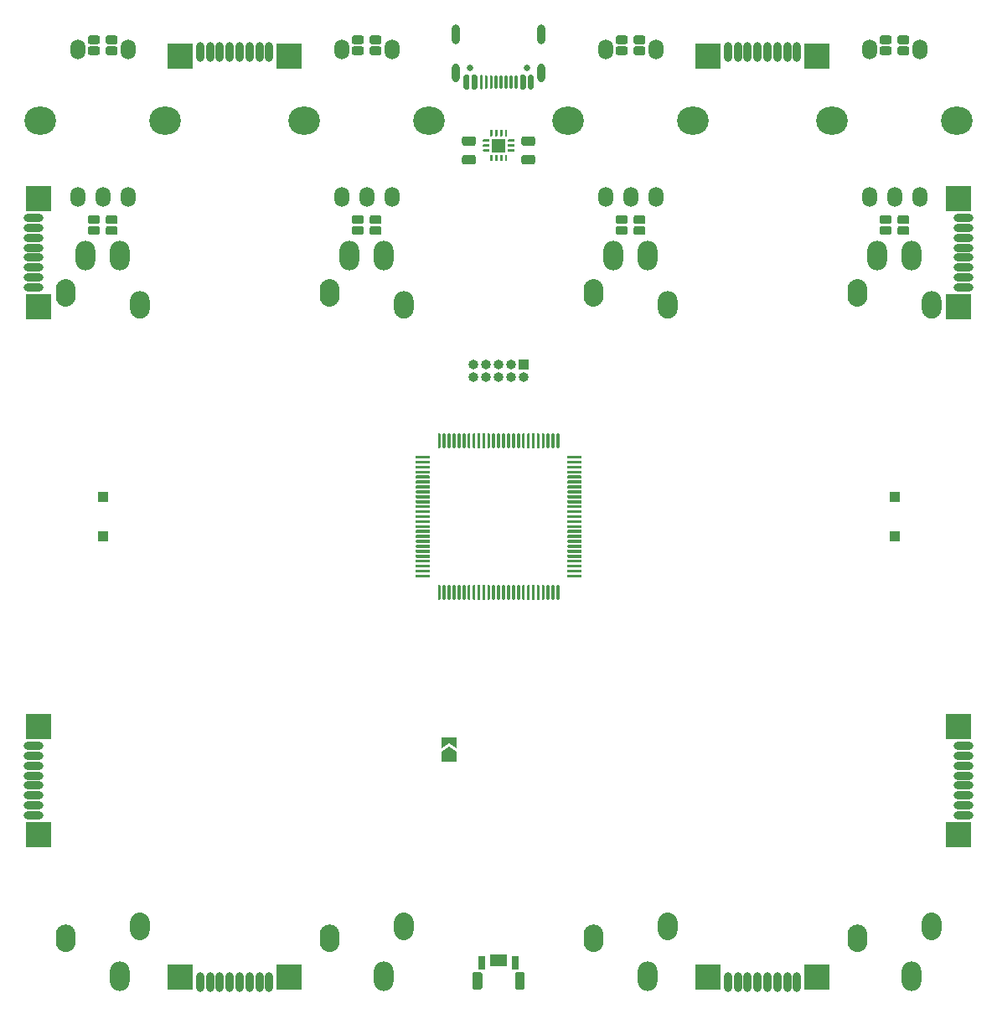
<source format=gts>
G04 #@! TF.GenerationSoftware,KiCad,Pcbnew,5.1.9+dfsg1-1*
G04 #@! TF.CreationDate,2021-10-27T13:30:09+02:00*
G04 #@! TF.ProjectId,EF44,45463434-2e6b-4696-9361-645f70636258,rev?*
G04 #@! TF.SameCoordinates,Original*
G04 #@! TF.FileFunction,Soldermask,Top*
G04 #@! TF.FilePolarity,Negative*
%FSLAX46Y46*%
G04 Gerber Fmt 4.6, Leading zero omitted, Abs format (unit mm)*
G04 Created by KiCad (PCBNEW 5.1.9+dfsg1-1) date 2021-10-27 13:30:09*
%MOMM*%
%LPD*%
G01*
G04 APERTURE LIST*
%ADD10O,2.000000X3.000000*%
%ADD11O,1.000000X1.000000*%
%ADD12R,1.000000X1.000000*%
%ADD13C,0.100000*%
%ADD14R,1.450000X1.450000*%
%ADD15C,0.650000*%
%ADD16O,0.800000X2.000000*%
%ADD17O,0.800000X1.900000*%
%ADD18R,2.500000X2.500000*%
%ADD19R,1.700000X1.200000*%
%ADD20R,0.700000X1.400000*%
%ADD21O,2.000000X0.800000*%
%ADD22O,1.500000X2.000000*%
%ADD23O,3.200000X2.800000*%
G04 APERTURE END LIST*
G36*
G01*
X8585000Y-43000000D02*
X8585000Y-42200000D01*
G75*
G02*
X9585000Y-41200000I1000000J0D01*
G01*
X9585000Y-41200000D01*
G75*
G02*
X10585000Y-42200000I0J-1000000D01*
G01*
X10585000Y-43000000D01*
G75*
G02*
X9585000Y-44000000I-1000000J0D01*
G01*
X9585000Y-44000000D01*
G75*
G02*
X8585000Y-43000000I0J1000000D01*
G01*
G37*
G36*
G01*
X16085000Y-41800000D02*
X16085000Y-41000000D01*
G75*
G02*
X17085000Y-40000000I1000000J0D01*
G01*
X17085000Y-40000000D01*
G75*
G02*
X18085000Y-41000000I0J-1000000D01*
G01*
X18085000Y-41800000D01*
G75*
G02*
X17085000Y-42800000I-1000000J0D01*
G01*
X17085000Y-42800000D01*
G75*
G02*
X16085000Y-41800000I0J1000000D01*
G01*
G37*
G36*
G01*
X8585000Y22200000D02*
X8585000Y23000000D01*
G75*
G02*
X9585000Y24000000I1000000J0D01*
G01*
X9585000Y24000000D01*
G75*
G02*
X10585000Y23000000I0J-1000000D01*
G01*
X10585000Y22200000D01*
G75*
G02*
X9585000Y21200000I-1000000J0D01*
G01*
X9585000Y21200000D01*
G75*
G02*
X8585000Y22200000I0J1000000D01*
G01*
G37*
G36*
G01*
X16085000Y21000000D02*
X16085000Y21800000D01*
G75*
G02*
X17085000Y22800000I1000000J0D01*
G01*
X17085000Y22800000D01*
G75*
G02*
X18085000Y21800000I0J-1000000D01*
G01*
X18085000Y21000000D01*
G75*
G02*
X17085000Y20000000I-1000000J0D01*
G01*
X17085000Y20000000D01*
G75*
G02*
X16085000Y21000000I0J1000000D01*
G01*
G37*
D10*
X15085000Y-46400000D03*
X11585000Y26400000D03*
X15085000Y26400000D03*
G36*
G01*
X35255000Y-43000000D02*
X35255000Y-42200000D01*
G75*
G02*
X36255000Y-41200000I1000000J0D01*
G01*
X36255000Y-41200000D01*
G75*
G02*
X37255000Y-42200000I0J-1000000D01*
G01*
X37255000Y-43000000D01*
G75*
G02*
X36255000Y-44000000I-1000000J0D01*
G01*
X36255000Y-44000000D01*
G75*
G02*
X35255000Y-43000000I0J1000000D01*
G01*
G37*
G36*
G01*
X42755000Y-41800000D02*
X42755000Y-41000000D01*
G75*
G02*
X43755000Y-40000000I1000000J0D01*
G01*
X43755000Y-40000000D01*
G75*
G02*
X44755000Y-41000000I0J-1000000D01*
G01*
X44755000Y-41800000D01*
G75*
G02*
X43755000Y-42800000I-1000000J0D01*
G01*
X43755000Y-42800000D01*
G75*
G02*
X42755000Y-41800000I0J1000000D01*
G01*
G37*
G36*
G01*
X35255000Y22200000D02*
X35255000Y23000000D01*
G75*
G02*
X36255000Y24000000I1000000J0D01*
G01*
X36255000Y24000000D01*
G75*
G02*
X37255000Y23000000I0J-1000000D01*
G01*
X37255000Y22200000D01*
G75*
G02*
X36255000Y21200000I-1000000J0D01*
G01*
X36255000Y21200000D01*
G75*
G02*
X35255000Y22200000I0J1000000D01*
G01*
G37*
G36*
G01*
X42755000Y21000000D02*
X42755000Y21800000D01*
G75*
G02*
X43755000Y22800000I1000000J0D01*
G01*
X43755000Y22800000D01*
G75*
G02*
X44755000Y21800000I0J-1000000D01*
G01*
X44755000Y21000000D01*
G75*
G02*
X43755000Y20000000I-1000000J0D01*
G01*
X43755000Y20000000D01*
G75*
G02*
X42755000Y21000000I0J1000000D01*
G01*
G37*
X41755000Y-46400000D03*
X38255000Y26400000D03*
X41755000Y26400000D03*
G36*
G01*
X-18085000Y-43000000D02*
X-18085000Y-42200000D01*
G75*
G02*
X-17085000Y-41200000I1000000J0D01*
G01*
X-17085000Y-41200000D01*
G75*
G02*
X-16085000Y-42200000I0J-1000000D01*
G01*
X-16085000Y-43000000D01*
G75*
G02*
X-17085000Y-44000000I-1000000J0D01*
G01*
X-17085000Y-44000000D01*
G75*
G02*
X-18085000Y-43000000I0J1000000D01*
G01*
G37*
G36*
G01*
X-10585000Y-41800000D02*
X-10585000Y-41000000D01*
G75*
G02*
X-9585000Y-40000000I1000000J0D01*
G01*
X-9585000Y-40000000D01*
G75*
G02*
X-8585000Y-41000000I0J-1000000D01*
G01*
X-8585000Y-41800000D01*
G75*
G02*
X-9585000Y-42800000I-1000000J0D01*
G01*
X-9585000Y-42800000D01*
G75*
G02*
X-10585000Y-41800000I0J1000000D01*
G01*
G37*
G36*
G01*
X-18085000Y22200000D02*
X-18085000Y23000000D01*
G75*
G02*
X-17085000Y24000000I1000000J0D01*
G01*
X-17085000Y24000000D01*
G75*
G02*
X-16085000Y23000000I0J-1000000D01*
G01*
X-16085000Y22200000D01*
G75*
G02*
X-17085000Y21200000I-1000000J0D01*
G01*
X-17085000Y21200000D01*
G75*
G02*
X-18085000Y22200000I0J1000000D01*
G01*
G37*
G36*
G01*
X-10585000Y21000000D02*
X-10585000Y21800000D01*
G75*
G02*
X-9585000Y22800000I1000000J0D01*
G01*
X-9585000Y22800000D01*
G75*
G02*
X-8585000Y21800000I0J-1000000D01*
G01*
X-8585000Y21000000D01*
G75*
G02*
X-9585000Y20000000I-1000000J0D01*
G01*
X-9585000Y20000000D01*
G75*
G02*
X-10585000Y21000000I0J1000000D01*
G01*
G37*
X-11585000Y-46400000D03*
X-15085000Y26400000D03*
X-11585000Y26400000D03*
G36*
G01*
X-44755000Y-43000000D02*
X-44755000Y-42200000D01*
G75*
G02*
X-43755000Y-41200000I1000000J0D01*
G01*
X-43755000Y-41200000D01*
G75*
G02*
X-42755000Y-42200000I0J-1000000D01*
G01*
X-42755000Y-43000000D01*
G75*
G02*
X-43755000Y-44000000I-1000000J0D01*
G01*
X-43755000Y-44000000D01*
G75*
G02*
X-44755000Y-43000000I0J1000000D01*
G01*
G37*
G36*
G01*
X-37255000Y-41800000D02*
X-37255000Y-41000000D01*
G75*
G02*
X-36255000Y-40000000I1000000J0D01*
G01*
X-36255000Y-40000000D01*
G75*
G02*
X-35255000Y-41000000I0J-1000000D01*
G01*
X-35255000Y-41800000D01*
G75*
G02*
X-36255000Y-42800000I-1000000J0D01*
G01*
X-36255000Y-42800000D01*
G75*
G02*
X-37255000Y-41800000I0J1000000D01*
G01*
G37*
G36*
G01*
X-44755000Y22200000D02*
X-44755000Y23000000D01*
G75*
G02*
X-43755000Y24000000I1000000J0D01*
G01*
X-43755000Y24000000D01*
G75*
G02*
X-42755000Y23000000I0J-1000000D01*
G01*
X-42755000Y22200000D01*
G75*
G02*
X-43755000Y21200000I-1000000J0D01*
G01*
X-43755000Y21200000D01*
G75*
G02*
X-44755000Y22200000I0J1000000D01*
G01*
G37*
G36*
G01*
X-37255000Y21000000D02*
X-37255000Y21800000D01*
G75*
G02*
X-36255000Y22800000I1000000J0D01*
G01*
X-36255000Y22800000D01*
G75*
G02*
X-35255000Y21800000I0J-1000000D01*
G01*
X-35255000Y21000000D01*
G75*
G02*
X-36255000Y20000000I-1000000J0D01*
G01*
X-36255000Y20000000D01*
G75*
G02*
X-37255000Y21000000I0J1000000D01*
G01*
G37*
X-38255000Y-46400000D03*
X-41755000Y26400000D03*
X-38255000Y26400000D03*
D11*
X-2540000Y14130000D03*
X-2540000Y15400000D03*
X-1270000Y14130000D03*
X-1270000Y15400000D03*
X0Y14130000D03*
X0Y15400000D03*
X1270000Y14130000D03*
X1270000Y15400000D03*
X2540000Y14130000D03*
D12*
X2540000Y15400000D03*
D13*
G36*
X-5000000Y-23225000D02*
G01*
X-4250000Y-23725000D01*
X-4250000Y-24725000D01*
X-5750000Y-24725000D01*
X-5750000Y-23725000D01*
X-5000000Y-23225000D01*
G37*
G36*
X-4250000Y-22275000D02*
G01*
X-4250000Y-23425000D01*
X-5000000Y-22925000D01*
X-5750000Y-23425000D01*
X-5750000Y-22275000D01*
X-4250000Y-22275000D01*
G37*
D14*
X0Y37500000D03*
G36*
G01*
X-875000Y38487500D02*
X-875000Y39037500D01*
G75*
G02*
X-812500Y39100000I62500J0D01*
G01*
X-687500Y39100000D01*
G75*
G02*
X-625000Y39037500I0J-62500D01*
G01*
X-625000Y38487500D01*
G75*
G02*
X-687500Y38425000I-62500J0D01*
G01*
X-812500Y38425000D01*
G75*
G02*
X-875000Y38487500I0J62500D01*
G01*
G37*
G36*
G01*
X-375000Y38487500D02*
X-375000Y39037500D01*
G75*
G02*
X-312500Y39100000I62500J0D01*
G01*
X-187500Y39100000D01*
G75*
G02*
X-125000Y39037500I0J-62500D01*
G01*
X-125000Y38487500D01*
G75*
G02*
X-187500Y38425000I-62500J0D01*
G01*
X-312500Y38425000D01*
G75*
G02*
X-375000Y38487500I0J62500D01*
G01*
G37*
G36*
G01*
X125000Y38487500D02*
X125000Y39037500D01*
G75*
G02*
X187500Y39100000I62500J0D01*
G01*
X312500Y39100000D01*
G75*
G02*
X375000Y39037500I0J-62500D01*
G01*
X375000Y38487500D01*
G75*
G02*
X312500Y38425000I-62500J0D01*
G01*
X187500Y38425000D01*
G75*
G02*
X125000Y38487500I0J62500D01*
G01*
G37*
G36*
G01*
X625000Y38487500D02*
X625000Y39037500D01*
G75*
G02*
X687500Y39100000I62500J0D01*
G01*
X812500Y39100000D01*
G75*
G02*
X875000Y39037500I0J-62500D01*
G01*
X875000Y38487500D01*
G75*
G02*
X812500Y38425000I-62500J0D01*
G01*
X687500Y38425000D01*
G75*
G02*
X625000Y38487500I0J62500D01*
G01*
G37*
G36*
G01*
X925000Y37937500D02*
X925000Y38062500D01*
G75*
G02*
X987500Y38125000I62500J0D01*
G01*
X1537500Y38125000D01*
G75*
G02*
X1600000Y38062500I0J-62500D01*
G01*
X1600000Y37937500D01*
G75*
G02*
X1537500Y37875000I-62500J0D01*
G01*
X987500Y37875000D01*
G75*
G02*
X925000Y37937500I0J62500D01*
G01*
G37*
G36*
G01*
X925000Y37437500D02*
X925000Y37562500D01*
G75*
G02*
X987500Y37625000I62500J0D01*
G01*
X1537500Y37625000D01*
G75*
G02*
X1600000Y37562500I0J-62500D01*
G01*
X1600000Y37437500D01*
G75*
G02*
X1537500Y37375000I-62500J0D01*
G01*
X987500Y37375000D01*
G75*
G02*
X925000Y37437500I0J62500D01*
G01*
G37*
G36*
G01*
X925000Y36937500D02*
X925000Y37062500D01*
G75*
G02*
X987500Y37125000I62500J0D01*
G01*
X1537500Y37125000D01*
G75*
G02*
X1600000Y37062500I0J-62500D01*
G01*
X1600000Y36937500D01*
G75*
G02*
X1537500Y36875000I-62500J0D01*
G01*
X987500Y36875000D01*
G75*
G02*
X925000Y36937500I0J62500D01*
G01*
G37*
G36*
G01*
X625000Y35962500D02*
X625000Y36512500D01*
G75*
G02*
X687500Y36575000I62500J0D01*
G01*
X812500Y36575000D01*
G75*
G02*
X875000Y36512500I0J-62500D01*
G01*
X875000Y35962500D01*
G75*
G02*
X812500Y35900000I-62500J0D01*
G01*
X687500Y35900000D01*
G75*
G02*
X625000Y35962500I0J62500D01*
G01*
G37*
G36*
G01*
X125000Y35962500D02*
X125000Y36512500D01*
G75*
G02*
X187500Y36575000I62500J0D01*
G01*
X312500Y36575000D01*
G75*
G02*
X375000Y36512500I0J-62500D01*
G01*
X375000Y35962500D01*
G75*
G02*
X312500Y35900000I-62500J0D01*
G01*
X187500Y35900000D01*
G75*
G02*
X125000Y35962500I0J62500D01*
G01*
G37*
G36*
G01*
X-375000Y35962500D02*
X-375000Y36512500D01*
G75*
G02*
X-312500Y36575000I62500J0D01*
G01*
X-187500Y36575000D01*
G75*
G02*
X-125000Y36512500I0J-62500D01*
G01*
X-125000Y35962500D01*
G75*
G02*
X-187500Y35900000I-62500J0D01*
G01*
X-312500Y35900000D01*
G75*
G02*
X-375000Y35962500I0J62500D01*
G01*
G37*
G36*
G01*
X-875000Y35962500D02*
X-875000Y36512500D01*
G75*
G02*
X-812500Y36575000I62500J0D01*
G01*
X-687500Y36575000D01*
G75*
G02*
X-625000Y36512500I0J-62500D01*
G01*
X-625000Y35962500D01*
G75*
G02*
X-687500Y35900000I-62500J0D01*
G01*
X-812500Y35900000D01*
G75*
G02*
X-875000Y35962500I0J62500D01*
G01*
G37*
G36*
G01*
X-1600000Y36937500D02*
X-1600000Y37062500D01*
G75*
G02*
X-1537500Y37125000I62500J0D01*
G01*
X-987500Y37125000D01*
G75*
G02*
X-925000Y37062500I0J-62500D01*
G01*
X-925000Y36937500D01*
G75*
G02*
X-987500Y36875000I-62500J0D01*
G01*
X-1537500Y36875000D01*
G75*
G02*
X-1600000Y36937500I0J62500D01*
G01*
G37*
G36*
G01*
X-1600000Y37437500D02*
X-1600000Y37562500D01*
G75*
G02*
X-1537500Y37625000I62500J0D01*
G01*
X-987500Y37625000D01*
G75*
G02*
X-925000Y37562500I0J-62500D01*
G01*
X-925000Y37437500D01*
G75*
G02*
X-987500Y37375000I-62500J0D01*
G01*
X-1537500Y37375000D01*
G75*
G02*
X-1600000Y37437500I0J62500D01*
G01*
G37*
G36*
G01*
X-1600000Y37937500D02*
X-1600000Y38062500D01*
G75*
G02*
X-1537500Y38125000I62500J0D01*
G01*
X-987500Y38125000D01*
G75*
G02*
X-925000Y38062500I0J-62500D01*
G01*
X-925000Y37937500D01*
G75*
G02*
X-987500Y37875000I-62500J0D01*
G01*
X-1537500Y37875000D01*
G75*
G02*
X-1600000Y37937500I0J62500D01*
G01*
G37*
G36*
G01*
X-3456250Y36550000D02*
X-2543750Y36550000D01*
G75*
G02*
X-2300000Y36306250I0J-243750D01*
G01*
X-2300000Y35818750D01*
G75*
G02*
X-2543750Y35575000I-243750J0D01*
G01*
X-3456250Y35575000D01*
G75*
G02*
X-3700000Y35818750I0J243750D01*
G01*
X-3700000Y36306250D01*
G75*
G02*
X-3456250Y36550000I243750J0D01*
G01*
G37*
G36*
G01*
X-3456250Y38425000D02*
X-2543750Y38425000D01*
G75*
G02*
X-2300000Y38181250I0J-243750D01*
G01*
X-2300000Y37693750D01*
G75*
G02*
X-2543750Y37450000I-243750J0D01*
G01*
X-3456250Y37450000D01*
G75*
G02*
X-3700000Y37693750I0J243750D01*
G01*
X-3700000Y38181250D01*
G75*
G02*
X-3456250Y38425000I243750J0D01*
G01*
G37*
G36*
G01*
X2543750Y36550000D02*
X3456250Y36550000D01*
G75*
G02*
X3700000Y36306250I0J-243750D01*
G01*
X3700000Y35818750D01*
G75*
G02*
X3456250Y35575000I-243750J0D01*
G01*
X2543750Y35575000D01*
G75*
G02*
X2300000Y35818750I0J243750D01*
G01*
X2300000Y36306250D01*
G75*
G02*
X2543750Y36550000I243750J0D01*
G01*
G37*
G36*
G01*
X2543750Y38425000D02*
X3456250Y38425000D01*
G75*
G02*
X3700000Y38181250I0J-243750D01*
G01*
X3700000Y37693750D01*
G75*
G02*
X3456250Y37450000I-243750J0D01*
G01*
X2543750Y37450000D01*
G75*
G02*
X2300000Y37693750I0J243750D01*
G01*
X2300000Y38181250D01*
G75*
G02*
X2543750Y38425000I243750J0D01*
G01*
G37*
D15*
X-2890000Y45350000D03*
X2890000Y45350000D03*
D16*
X4320000Y48750000D03*
X-4320000Y48750000D03*
D17*
X-4320000Y44820000D03*
G36*
G01*
X-2150000Y44480000D02*
X-2150000Y43330000D01*
G75*
G02*
X-2300000Y43180000I-150000J0D01*
G01*
X-2600000Y43180000D01*
G75*
G02*
X-2750000Y43330000I0J150000D01*
G01*
X-2750000Y44480000D01*
G75*
G02*
X-2600000Y44630000I150000J0D01*
G01*
X-2300000Y44630000D01*
G75*
G02*
X-2150000Y44480000I0J-150000D01*
G01*
G37*
G36*
G01*
X-600000Y44480000D02*
X-600000Y43330000D01*
G75*
G02*
X-750000Y43180000I-150000J0D01*
G01*
X-750000Y43180000D01*
G75*
G02*
X-900000Y43330000I0J150000D01*
G01*
X-900000Y44480000D01*
G75*
G02*
X-750000Y44630000I150000J0D01*
G01*
X-750000Y44630000D01*
G75*
G02*
X-600000Y44480000I0J-150000D01*
G01*
G37*
G36*
G01*
X-1100000Y44480000D02*
X-1100000Y43330000D01*
G75*
G02*
X-1250000Y43180000I-150000J0D01*
G01*
X-1250000Y43180000D01*
G75*
G02*
X-1400000Y43330000I0J150000D01*
G01*
X-1400000Y44480000D01*
G75*
G02*
X-1250000Y44630000I150000J0D01*
G01*
X-1250000Y44630000D01*
G75*
G02*
X-1100000Y44480000I0J-150000D01*
G01*
G37*
G36*
G01*
X-1600000Y44480000D02*
X-1600000Y43330000D01*
G75*
G02*
X-1750000Y43180000I-150000J0D01*
G01*
X-1750000Y43180000D01*
G75*
G02*
X-1900000Y43330000I0J150000D01*
G01*
X-1900000Y44480000D01*
G75*
G02*
X-1750000Y44630000I150000J0D01*
G01*
X-1750000Y44630000D01*
G75*
G02*
X-1600000Y44480000I0J-150000D01*
G01*
G37*
G36*
G01*
X-2950000Y44480000D02*
X-2950000Y43330000D01*
G75*
G02*
X-3100000Y43180000I-150000J0D01*
G01*
X-3400000Y43180000D01*
G75*
G02*
X-3550000Y43330000I0J150000D01*
G01*
X-3550000Y44480000D01*
G75*
G02*
X-3400000Y44630000I150000J0D01*
G01*
X-3100000Y44630000D01*
G75*
G02*
X-2950000Y44480000I0J-150000D01*
G01*
G37*
G36*
G01*
X-100000Y44480000D02*
X-100000Y43330000D01*
G75*
G02*
X-250000Y43180000I-150000J0D01*
G01*
X-250000Y43180000D01*
G75*
G02*
X-400000Y43330000I0J150000D01*
G01*
X-400000Y44480000D01*
G75*
G02*
X-250000Y44630000I150000J0D01*
G01*
X-250000Y44630000D01*
G75*
G02*
X-100000Y44480000I0J-150000D01*
G01*
G37*
G36*
G01*
X400000Y44480000D02*
X400000Y43330000D01*
G75*
G02*
X250000Y43180000I-150000J0D01*
G01*
X250000Y43180000D01*
G75*
G02*
X100000Y43330000I0J150000D01*
G01*
X100000Y44480000D01*
G75*
G02*
X250000Y44630000I150000J0D01*
G01*
X250000Y44630000D01*
G75*
G02*
X400000Y44480000I0J-150000D01*
G01*
G37*
G36*
G01*
X900000Y44480000D02*
X900000Y43330000D01*
G75*
G02*
X750000Y43180000I-150000J0D01*
G01*
X750000Y43180000D01*
G75*
G02*
X600000Y43330000I0J150000D01*
G01*
X600000Y44480000D01*
G75*
G02*
X750000Y44630000I150000J0D01*
G01*
X750000Y44630000D01*
G75*
G02*
X900000Y44480000I0J-150000D01*
G01*
G37*
G36*
G01*
X1400000Y44480000D02*
X1400000Y43330000D01*
G75*
G02*
X1250000Y43180000I-150000J0D01*
G01*
X1250000Y43180000D01*
G75*
G02*
X1100000Y43330000I0J150000D01*
G01*
X1100000Y44480000D01*
G75*
G02*
X1250000Y44630000I150000J0D01*
G01*
X1250000Y44630000D01*
G75*
G02*
X1400000Y44480000I0J-150000D01*
G01*
G37*
G36*
G01*
X1900000Y44480000D02*
X1900000Y43330000D01*
G75*
G02*
X1750000Y43180000I-150000J0D01*
G01*
X1750000Y43180000D01*
G75*
G02*
X1600000Y43330000I0J150000D01*
G01*
X1600000Y44480000D01*
G75*
G02*
X1750000Y44630000I150000J0D01*
G01*
X1750000Y44630000D01*
G75*
G02*
X1900000Y44480000I0J-150000D01*
G01*
G37*
G36*
G01*
X2750000Y44480000D02*
X2750000Y43330000D01*
G75*
G02*
X2600000Y43180000I-150000J0D01*
G01*
X2300000Y43180000D01*
G75*
G02*
X2150000Y43330000I0J150000D01*
G01*
X2150000Y44480000D01*
G75*
G02*
X2300000Y44630000I150000J0D01*
G01*
X2600000Y44630000D01*
G75*
G02*
X2750000Y44480000I0J-150000D01*
G01*
G37*
G36*
G01*
X3550000Y44480000D02*
X3550000Y43330000D01*
G75*
G02*
X3400000Y43180000I-150000J0D01*
G01*
X3100000Y43180000D01*
G75*
G02*
X2950000Y43330000I0J150000D01*
G01*
X2950000Y44480000D01*
G75*
G02*
X3100000Y44630000I150000J0D01*
G01*
X3400000Y44630000D01*
G75*
G02*
X3550000Y44480000I0J-150000D01*
G01*
G37*
X4320000Y44820000D03*
G36*
G01*
X38505000Y46850000D02*
X38505000Y47300000D01*
G75*
G02*
X38730000Y47525000I225000J0D01*
G01*
X39480000Y47525000D01*
G75*
G02*
X39705000Y47300000I0J-225000D01*
G01*
X39705000Y46850000D01*
G75*
G02*
X39480000Y46625000I-225000J0D01*
G01*
X38730000Y46625000D01*
G75*
G02*
X38505000Y46850000I0J225000D01*
G01*
G37*
G36*
G01*
X40305000Y46850000D02*
X40305000Y47300000D01*
G75*
G02*
X40530000Y47525000I225000J0D01*
G01*
X41280000Y47525000D01*
G75*
G02*
X41505000Y47300000I0J-225000D01*
G01*
X41505000Y46850000D01*
G75*
G02*
X41280000Y46625000I-225000J0D01*
G01*
X40530000Y46625000D01*
G75*
G02*
X40305000Y46850000I0J225000D01*
G01*
G37*
G36*
G01*
X40305000Y47950000D02*
X40305000Y48400000D01*
G75*
G02*
X40530000Y48625000I225000J0D01*
G01*
X41280000Y48625000D01*
G75*
G02*
X41505000Y48400000I0J-225000D01*
G01*
X41505000Y47950000D01*
G75*
G02*
X41280000Y47725000I-225000J0D01*
G01*
X40530000Y47725000D01*
G75*
G02*
X40305000Y47950000I0J225000D01*
G01*
G37*
G36*
G01*
X38505000Y47950000D02*
X38505000Y48400000D01*
G75*
G02*
X38730000Y48625000I225000J0D01*
G01*
X39480000Y48625000D01*
G75*
G02*
X39705000Y48400000I0J-225000D01*
G01*
X39705000Y47950000D01*
G75*
G02*
X39480000Y47725000I-225000J0D01*
G01*
X38730000Y47725000D01*
G75*
G02*
X38505000Y47950000I0J225000D01*
G01*
G37*
D18*
X-32170000Y46490000D03*
X-21170000Y46490000D03*
D16*
X-23170000Y46990000D03*
X-24170000Y46990000D03*
X-25170000Y46990000D03*
X-26170000Y46990000D03*
X-27170000Y46990000D03*
X-28170000Y46990000D03*
X-29170000Y46990000D03*
X-30170000Y46990000D03*
G36*
G01*
X-14835000Y28680000D02*
X-14835000Y29130000D01*
G75*
G02*
X-14610000Y29355000I225000J0D01*
G01*
X-13860000Y29355000D01*
G75*
G02*
X-13635000Y29130000I0J-225000D01*
G01*
X-13635000Y28680000D01*
G75*
G02*
X-13860000Y28455000I-225000J0D01*
G01*
X-14610000Y28455000D01*
G75*
G02*
X-14835000Y28680000I0J225000D01*
G01*
G37*
G36*
G01*
X-13035000Y28680000D02*
X-13035000Y29130000D01*
G75*
G02*
X-12810000Y29355000I225000J0D01*
G01*
X-12060000Y29355000D01*
G75*
G02*
X-11835000Y29130000I0J-225000D01*
G01*
X-11835000Y28680000D01*
G75*
G02*
X-12060000Y28455000I-225000J0D01*
G01*
X-12810000Y28455000D01*
G75*
G02*
X-13035000Y28680000I0J225000D01*
G01*
G37*
G36*
G01*
X-13035000Y29780000D02*
X-13035000Y30230000D01*
G75*
G02*
X-12810000Y30455000I225000J0D01*
G01*
X-12060000Y30455000D01*
G75*
G02*
X-11835000Y30230000I0J-225000D01*
G01*
X-11835000Y29780000D01*
G75*
G02*
X-12060000Y29555000I-225000J0D01*
G01*
X-12810000Y29555000D01*
G75*
G02*
X-13035000Y29780000I0J225000D01*
G01*
G37*
G36*
G01*
X-14835000Y29780000D02*
X-14835000Y30230000D01*
G75*
G02*
X-14610000Y30455000I225000J0D01*
G01*
X-13860000Y30455000D01*
G75*
G02*
X-13635000Y30230000I0J-225000D01*
G01*
X-13635000Y29780000D01*
G75*
G02*
X-13860000Y29555000I-225000J0D01*
G01*
X-14610000Y29555000D01*
G75*
G02*
X-14835000Y29780000I0J225000D01*
G01*
G37*
G36*
G01*
X-1900000Y-47800000D02*
X-2400000Y-47800000D01*
G75*
G02*
X-2650000Y-47550000I0J250000D01*
G01*
X-2650000Y-46250000D01*
G75*
G02*
X-2400000Y-46000000I250000J0D01*
G01*
X-1900000Y-46000000D01*
G75*
G02*
X-1650000Y-46250000I0J-250000D01*
G01*
X-1650000Y-47550000D01*
G75*
G02*
X-1900000Y-47800000I-250000J0D01*
G01*
G37*
G36*
G01*
X2400000Y-47800000D02*
X1900000Y-47800000D01*
G75*
G02*
X1650000Y-47550000I0J250000D01*
G01*
X1650000Y-46250000D01*
G75*
G02*
X1900000Y-46000000I250000J0D01*
G01*
X2400000Y-46000000D01*
G75*
G02*
X2650000Y-46250000I0J-250000D01*
G01*
X2650000Y-47550000D01*
G75*
G02*
X2400000Y-47800000I-250000J0D01*
G01*
G37*
D19*
X0Y-44800000D03*
D20*
X-1700000Y-45100000D03*
X1700000Y-45100000D03*
G36*
G01*
X-6150000Y7000000D02*
X-6150000Y8325000D01*
G75*
G02*
X-6075000Y8400000I75000J0D01*
G01*
X-5925000Y8400000D01*
G75*
G02*
X-5850000Y8325000I0J-75000D01*
G01*
X-5850000Y7000000D01*
G75*
G02*
X-5925000Y6925000I-75000J0D01*
G01*
X-6075000Y6925000D01*
G75*
G02*
X-6150000Y7000000I0J75000D01*
G01*
G37*
G36*
G01*
X-5650000Y7000000D02*
X-5650000Y8325000D01*
G75*
G02*
X-5575000Y8400000I75000J0D01*
G01*
X-5425000Y8400000D01*
G75*
G02*
X-5350000Y8325000I0J-75000D01*
G01*
X-5350000Y7000000D01*
G75*
G02*
X-5425000Y6925000I-75000J0D01*
G01*
X-5575000Y6925000D01*
G75*
G02*
X-5650000Y7000000I0J75000D01*
G01*
G37*
G36*
G01*
X-5150000Y7000000D02*
X-5150000Y8325000D01*
G75*
G02*
X-5075000Y8400000I75000J0D01*
G01*
X-4925000Y8400000D01*
G75*
G02*
X-4850000Y8325000I0J-75000D01*
G01*
X-4850000Y7000000D01*
G75*
G02*
X-4925000Y6925000I-75000J0D01*
G01*
X-5075000Y6925000D01*
G75*
G02*
X-5150000Y7000000I0J75000D01*
G01*
G37*
G36*
G01*
X-4650000Y7000000D02*
X-4650000Y8325000D01*
G75*
G02*
X-4575000Y8400000I75000J0D01*
G01*
X-4425000Y8400000D01*
G75*
G02*
X-4350000Y8325000I0J-75000D01*
G01*
X-4350000Y7000000D01*
G75*
G02*
X-4425000Y6925000I-75000J0D01*
G01*
X-4575000Y6925000D01*
G75*
G02*
X-4650000Y7000000I0J75000D01*
G01*
G37*
G36*
G01*
X-4150000Y7000000D02*
X-4150000Y8325000D01*
G75*
G02*
X-4075000Y8400000I75000J0D01*
G01*
X-3925000Y8400000D01*
G75*
G02*
X-3850000Y8325000I0J-75000D01*
G01*
X-3850000Y7000000D01*
G75*
G02*
X-3925000Y6925000I-75000J0D01*
G01*
X-4075000Y6925000D01*
G75*
G02*
X-4150000Y7000000I0J75000D01*
G01*
G37*
G36*
G01*
X-3650000Y7000000D02*
X-3650000Y8325000D01*
G75*
G02*
X-3575000Y8400000I75000J0D01*
G01*
X-3425000Y8400000D01*
G75*
G02*
X-3350000Y8325000I0J-75000D01*
G01*
X-3350000Y7000000D01*
G75*
G02*
X-3425000Y6925000I-75000J0D01*
G01*
X-3575000Y6925000D01*
G75*
G02*
X-3650000Y7000000I0J75000D01*
G01*
G37*
G36*
G01*
X-3150000Y7000000D02*
X-3150000Y8325000D01*
G75*
G02*
X-3075000Y8400000I75000J0D01*
G01*
X-2925000Y8400000D01*
G75*
G02*
X-2850000Y8325000I0J-75000D01*
G01*
X-2850000Y7000000D01*
G75*
G02*
X-2925000Y6925000I-75000J0D01*
G01*
X-3075000Y6925000D01*
G75*
G02*
X-3150000Y7000000I0J75000D01*
G01*
G37*
G36*
G01*
X-2650000Y7000000D02*
X-2650000Y8325000D01*
G75*
G02*
X-2575000Y8400000I75000J0D01*
G01*
X-2425000Y8400000D01*
G75*
G02*
X-2350000Y8325000I0J-75000D01*
G01*
X-2350000Y7000000D01*
G75*
G02*
X-2425000Y6925000I-75000J0D01*
G01*
X-2575000Y6925000D01*
G75*
G02*
X-2650000Y7000000I0J75000D01*
G01*
G37*
G36*
G01*
X-2150000Y7000000D02*
X-2150000Y8325000D01*
G75*
G02*
X-2075000Y8400000I75000J0D01*
G01*
X-1925000Y8400000D01*
G75*
G02*
X-1850000Y8325000I0J-75000D01*
G01*
X-1850000Y7000000D01*
G75*
G02*
X-1925000Y6925000I-75000J0D01*
G01*
X-2075000Y6925000D01*
G75*
G02*
X-2150000Y7000000I0J75000D01*
G01*
G37*
G36*
G01*
X-1650000Y7000000D02*
X-1650000Y8325000D01*
G75*
G02*
X-1575000Y8400000I75000J0D01*
G01*
X-1425000Y8400000D01*
G75*
G02*
X-1350000Y8325000I0J-75000D01*
G01*
X-1350000Y7000000D01*
G75*
G02*
X-1425000Y6925000I-75000J0D01*
G01*
X-1575000Y6925000D01*
G75*
G02*
X-1650000Y7000000I0J75000D01*
G01*
G37*
G36*
G01*
X-1150000Y7000000D02*
X-1150000Y8325000D01*
G75*
G02*
X-1075000Y8400000I75000J0D01*
G01*
X-925000Y8400000D01*
G75*
G02*
X-850000Y8325000I0J-75000D01*
G01*
X-850000Y7000000D01*
G75*
G02*
X-925000Y6925000I-75000J0D01*
G01*
X-1075000Y6925000D01*
G75*
G02*
X-1150000Y7000000I0J75000D01*
G01*
G37*
G36*
G01*
X-650000Y7000000D02*
X-650000Y8325000D01*
G75*
G02*
X-575000Y8400000I75000J0D01*
G01*
X-425000Y8400000D01*
G75*
G02*
X-350000Y8325000I0J-75000D01*
G01*
X-350000Y7000000D01*
G75*
G02*
X-425000Y6925000I-75000J0D01*
G01*
X-575000Y6925000D01*
G75*
G02*
X-650000Y7000000I0J75000D01*
G01*
G37*
G36*
G01*
X-150000Y7000000D02*
X-150000Y8325000D01*
G75*
G02*
X-75000Y8400000I75000J0D01*
G01*
X75000Y8400000D01*
G75*
G02*
X150000Y8325000I0J-75000D01*
G01*
X150000Y7000000D01*
G75*
G02*
X75000Y6925000I-75000J0D01*
G01*
X-75000Y6925000D01*
G75*
G02*
X-150000Y7000000I0J75000D01*
G01*
G37*
G36*
G01*
X350000Y7000000D02*
X350000Y8325000D01*
G75*
G02*
X425000Y8400000I75000J0D01*
G01*
X575000Y8400000D01*
G75*
G02*
X650000Y8325000I0J-75000D01*
G01*
X650000Y7000000D01*
G75*
G02*
X575000Y6925000I-75000J0D01*
G01*
X425000Y6925000D01*
G75*
G02*
X350000Y7000000I0J75000D01*
G01*
G37*
G36*
G01*
X850000Y7000000D02*
X850000Y8325000D01*
G75*
G02*
X925000Y8400000I75000J0D01*
G01*
X1075000Y8400000D01*
G75*
G02*
X1150000Y8325000I0J-75000D01*
G01*
X1150000Y7000000D01*
G75*
G02*
X1075000Y6925000I-75000J0D01*
G01*
X925000Y6925000D01*
G75*
G02*
X850000Y7000000I0J75000D01*
G01*
G37*
G36*
G01*
X1350000Y7000000D02*
X1350000Y8325000D01*
G75*
G02*
X1425000Y8400000I75000J0D01*
G01*
X1575000Y8400000D01*
G75*
G02*
X1650000Y8325000I0J-75000D01*
G01*
X1650000Y7000000D01*
G75*
G02*
X1575000Y6925000I-75000J0D01*
G01*
X1425000Y6925000D01*
G75*
G02*
X1350000Y7000000I0J75000D01*
G01*
G37*
G36*
G01*
X1850000Y7000000D02*
X1850000Y8325000D01*
G75*
G02*
X1925000Y8400000I75000J0D01*
G01*
X2075000Y8400000D01*
G75*
G02*
X2150000Y8325000I0J-75000D01*
G01*
X2150000Y7000000D01*
G75*
G02*
X2075000Y6925000I-75000J0D01*
G01*
X1925000Y6925000D01*
G75*
G02*
X1850000Y7000000I0J75000D01*
G01*
G37*
G36*
G01*
X2350000Y7000000D02*
X2350000Y8325000D01*
G75*
G02*
X2425000Y8400000I75000J0D01*
G01*
X2575000Y8400000D01*
G75*
G02*
X2650000Y8325000I0J-75000D01*
G01*
X2650000Y7000000D01*
G75*
G02*
X2575000Y6925000I-75000J0D01*
G01*
X2425000Y6925000D01*
G75*
G02*
X2350000Y7000000I0J75000D01*
G01*
G37*
G36*
G01*
X2850000Y7000000D02*
X2850000Y8325000D01*
G75*
G02*
X2925000Y8400000I75000J0D01*
G01*
X3075000Y8400000D01*
G75*
G02*
X3150000Y8325000I0J-75000D01*
G01*
X3150000Y7000000D01*
G75*
G02*
X3075000Y6925000I-75000J0D01*
G01*
X2925000Y6925000D01*
G75*
G02*
X2850000Y7000000I0J75000D01*
G01*
G37*
G36*
G01*
X3350000Y7000000D02*
X3350000Y8325000D01*
G75*
G02*
X3425000Y8400000I75000J0D01*
G01*
X3575000Y8400000D01*
G75*
G02*
X3650000Y8325000I0J-75000D01*
G01*
X3650000Y7000000D01*
G75*
G02*
X3575000Y6925000I-75000J0D01*
G01*
X3425000Y6925000D01*
G75*
G02*
X3350000Y7000000I0J75000D01*
G01*
G37*
G36*
G01*
X3850000Y7000000D02*
X3850000Y8325000D01*
G75*
G02*
X3925000Y8400000I75000J0D01*
G01*
X4075000Y8400000D01*
G75*
G02*
X4150000Y8325000I0J-75000D01*
G01*
X4150000Y7000000D01*
G75*
G02*
X4075000Y6925000I-75000J0D01*
G01*
X3925000Y6925000D01*
G75*
G02*
X3850000Y7000000I0J75000D01*
G01*
G37*
G36*
G01*
X4350000Y7000000D02*
X4350000Y8325000D01*
G75*
G02*
X4425000Y8400000I75000J0D01*
G01*
X4575000Y8400000D01*
G75*
G02*
X4650000Y8325000I0J-75000D01*
G01*
X4650000Y7000000D01*
G75*
G02*
X4575000Y6925000I-75000J0D01*
G01*
X4425000Y6925000D01*
G75*
G02*
X4350000Y7000000I0J75000D01*
G01*
G37*
G36*
G01*
X4850000Y7000000D02*
X4850000Y8325000D01*
G75*
G02*
X4925000Y8400000I75000J0D01*
G01*
X5075000Y8400000D01*
G75*
G02*
X5150000Y8325000I0J-75000D01*
G01*
X5150000Y7000000D01*
G75*
G02*
X5075000Y6925000I-75000J0D01*
G01*
X4925000Y6925000D01*
G75*
G02*
X4850000Y7000000I0J75000D01*
G01*
G37*
G36*
G01*
X5350000Y7000000D02*
X5350000Y8325000D01*
G75*
G02*
X5425000Y8400000I75000J0D01*
G01*
X5575000Y8400000D01*
G75*
G02*
X5650000Y8325000I0J-75000D01*
G01*
X5650000Y7000000D01*
G75*
G02*
X5575000Y6925000I-75000J0D01*
G01*
X5425000Y6925000D01*
G75*
G02*
X5350000Y7000000I0J75000D01*
G01*
G37*
G36*
G01*
X5850000Y7000000D02*
X5850000Y8325000D01*
G75*
G02*
X5925000Y8400000I75000J0D01*
G01*
X6075000Y8400000D01*
G75*
G02*
X6150000Y8325000I0J-75000D01*
G01*
X6150000Y7000000D01*
G75*
G02*
X6075000Y6925000I-75000J0D01*
G01*
X5925000Y6925000D01*
G75*
G02*
X5850000Y7000000I0J75000D01*
G01*
G37*
G36*
G01*
X6925000Y5925000D02*
X6925000Y6075000D01*
G75*
G02*
X7000000Y6150000I75000J0D01*
G01*
X8325000Y6150000D01*
G75*
G02*
X8400000Y6075000I0J-75000D01*
G01*
X8400000Y5925000D01*
G75*
G02*
X8325000Y5850000I-75000J0D01*
G01*
X7000000Y5850000D01*
G75*
G02*
X6925000Y5925000I0J75000D01*
G01*
G37*
G36*
G01*
X6925000Y5425000D02*
X6925000Y5575000D01*
G75*
G02*
X7000000Y5650000I75000J0D01*
G01*
X8325000Y5650000D01*
G75*
G02*
X8400000Y5575000I0J-75000D01*
G01*
X8400000Y5425000D01*
G75*
G02*
X8325000Y5350000I-75000J0D01*
G01*
X7000000Y5350000D01*
G75*
G02*
X6925000Y5425000I0J75000D01*
G01*
G37*
G36*
G01*
X6925000Y4925000D02*
X6925000Y5075000D01*
G75*
G02*
X7000000Y5150000I75000J0D01*
G01*
X8325000Y5150000D01*
G75*
G02*
X8400000Y5075000I0J-75000D01*
G01*
X8400000Y4925000D01*
G75*
G02*
X8325000Y4850000I-75000J0D01*
G01*
X7000000Y4850000D01*
G75*
G02*
X6925000Y4925000I0J75000D01*
G01*
G37*
G36*
G01*
X6925000Y4425000D02*
X6925000Y4575000D01*
G75*
G02*
X7000000Y4650000I75000J0D01*
G01*
X8325000Y4650000D01*
G75*
G02*
X8400000Y4575000I0J-75000D01*
G01*
X8400000Y4425000D01*
G75*
G02*
X8325000Y4350000I-75000J0D01*
G01*
X7000000Y4350000D01*
G75*
G02*
X6925000Y4425000I0J75000D01*
G01*
G37*
G36*
G01*
X6925000Y3925000D02*
X6925000Y4075000D01*
G75*
G02*
X7000000Y4150000I75000J0D01*
G01*
X8325000Y4150000D01*
G75*
G02*
X8400000Y4075000I0J-75000D01*
G01*
X8400000Y3925000D01*
G75*
G02*
X8325000Y3850000I-75000J0D01*
G01*
X7000000Y3850000D01*
G75*
G02*
X6925000Y3925000I0J75000D01*
G01*
G37*
G36*
G01*
X6925000Y3425000D02*
X6925000Y3575000D01*
G75*
G02*
X7000000Y3650000I75000J0D01*
G01*
X8325000Y3650000D01*
G75*
G02*
X8400000Y3575000I0J-75000D01*
G01*
X8400000Y3425000D01*
G75*
G02*
X8325000Y3350000I-75000J0D01*
G01*
X7000000Y3350000D01*
G75*
G02*
X6925000Y3425000I0J75000D01*
G01*
G37*
G36*
G01*
X6925000Y2925000D02*
X6925000Y3075000D01*
G75*
G02*
X7000000Y3150000I75000J0D01*
G01*
X8325000Y3150000D01*
G75*
G02*
X8400000Y3075000I0J-75000D01*
G01*
X8400000Y2925000D01*
G75*
G02*
X8325000Y2850000I-75000J0D01*
G01*
X7000000Y2850000D01*
G75*
G02*
X6925000Y2925000I0J75000D01*
G01*
G37*
G36*
G01*
X6925000Y2425000D02*
X6925000Y2575000D01*
G75*
G02*
X7000000Y2650000I75000J0D01*
G01*
X8325000Y2650000D01*
G75*
G02*
X8400000Y2575000I0J-75000D01*
G01*
X8400000Y2425000D01*
G75*
G02*
X8325000Y2350000I-75000J0D01*
G01*
X7000000Y2350000D01*
G75*
G02*
X6925000Y2425000I0J75000D01*
G01*
G37*
G36*
G01*
X6925000Y1925000D02*
X6925000Y2075000D01*
G75*
G02*
X7000000Y2150000I75000J0D01*
G01*
X8325000Y2150000D01*
G75*
G02*
X8400000Y2075000I0J-75000D01*
G01*
X8400000Y1925000D01*
G75*
G02*
X8325000Y1850000I-75000J0D01*
G01*
X7000000Y1850000D01*
G75*
G02*
X6925000Y1925000I0J75000D01*
G01*
G37*
G36*
G01*
X6925000Y1425000D02*
X6925000Y1575000D01*
G75*
G02*
X7000000Y1650000I75000J0D01*
G01*
X8325000Y1650000D01*
G75*
G02*
X8400000Y1575000I0J-75000D01*
G01*
X8400000Y1425000D01*
G75*
G02*
X8325000Y1350000I-75000J0D01*
G01*
X7000000Y1350000D01*
G75*
G02*
X6925000Y1425000I0J75000D01*
G01*
G37*
G36*
G01*
X6925000Y925000D02*
X6925000Y1075000D01*
G75*
G02*
X7000000Y1150000I75000J0D01*
G01*
X8325000Y1150000D01*
G75*
G02*
X8400000Y1075000I0J-75000D01*
G01*
X8400000Y925000D01*
G75*
G02*
X8325000Y850000I-75000J0D01*
G01*
X7000000Y850000D01*
G75*
G02*
X6925000Y925000I0J75000D01*
G01*
G37*
G36*
G01*
X6925000Y425000D02*
X6925000Y575000D01*
G75*
G02*
X7000000Y650000I75000J0D01*
G01*
X8325000Y650000D01*
G75*
G02*
X8400000Y575000I0J-75000D01*
G01*
X8400000Y425000D01*
G75*
G02*
X8325000Y350000I-75000J0D01*
G01*
X7000000Y350000D01*
G75*
G02*
X6925000Y425000I0J75000D01*
G01*
G37*
G36*
G01*
X6925000Y-75000D02*
X6925000Y75000D01*
G75*
G02*
X7000000Y150000I75000J0D01*
G01*
X8325000Y150000D01*
G75*
G02*
X8400000Y75000I0J-75000D01*
G01*
X8400000Y-75000D01*
G75*
G02*
X8325000Y-150000I-75000J0D01*
G01*
X7000000Y-150000D01*
G75*
G02*
X6925000Y-75000I0J75000D01*
G01*
G37*
G36*
G01*
X6925000Y-575000D02*
X6925000Y-425000D01*
G75*
G02*
X7000000Y-350000I75000J0D01*
G01*
X8325000Y-350000D01*
G75*
G02*
X8400000Y-425000I0J-75000D01*
G01*
X8400000Y-575000D01*
G75*
G02*
X8325000Y-650000I-75000J0D01*
G01*
X7000000Y-650000D01*
G75*
G02*
X6925000Y-575000I0J75000D01*
G01*
G37*
G36*
G01*
X6925000Y-1075000D02*
X6925000Y-925000D01*
G75*
G02*
X7000000Y-850000I75000J0D01*
G01*
X8325000Y-850000D01*
G75*
G02*
X8400000Y-925000I0J-75000D01*
G01*
X8400000Y-1075000D01*
G75*
G02*
X8325000Y-1150000I-75000J0D01*
G01*
X7000000Y-1150000D01*
G75*
G02*
X6925000Y-1075000I0J75000D01*
G01*
G37*
G36*
G01*
X6925000Y-1575000D02*
X6925000Y-1425000D01*
G75*
G02*
X7000000Y-1350000I75000J0D01*
G01*
X8325000Y-1350000D01*
G75*
G02*
X8400000Y-1425000I0J-75000D01*
G01*
X8400000Y-1575000D01*
G75*
G02*
X8325000Y-1650000I-75000J0D01*
G01*
X7000000Y-1650000D01*
G75*
G02*
X6925000Y-1575000I0J75000D01*
G01*
G37*
G36*
G01*
X6925000Y-2075000D02*
X6925000Y-1925000D01*
G75*
G02*
X7000000Y-1850000I75000J0D01*
G01*
X8325000Y-1850000D01*
G75*
G02*
X8400000Y-1925000I0J-75000D01*
G01*
X8400000Y-2075000D01*
G75*
G02*
X8325000Y-2150000I-75000J0D01*
G01*
X7000000Y-2150000D01*
G75*
G02*
X6925000Y-2075000I0J75000D01*
G01*
G37*
G36*
G01*
X6925000Y-2575000D02*
X6925000Y-2425000D01*
G75*
G02*
X7000000Y-2350000I75000J0D01*
G01*
X8325000Y-2350000D01*
G75*
G02*
X8400000Y-2425000I0J-75000D01*
G01*
X8400000Y-2575000D01*
G75*
G02*
X8325000Y-2650000I-75000J0D01*
G01*
X7000000Y-2650000D01*
G75*
G02*
X6925000Y-2575000I0J75000D01*
G01*
G37*
G36*
G01*
X6925000Y-3075000D02*
X6925000Y-2925000D01*
G75*
G02*
X7000000Y-2850000I75000J0D01*
G01*
X8325000Y-2850000D01*
G75*
G02*
X8400000Y-2925000I0J-75000D01*
G01*
X8400000Y-3075000D01*
G75*
G02*
X8325000Y-3150000I-75000J0D01*
G01*
X7000000Y-3150000D01*
G75*
G02*
X6925000Y-3075000I0J75000D01*
G01*
G37*
G36*
G01*
X6925000Y-3575000D02*
X6925000Y-3425000D01*
G75*
G02*
X7000000Y-3350000I75000J0D01*
G01*
X8325000Y-3350000D01*
G75*
G02*
X8400000Y-3425000I0J-75000D01*
G01*
X8400000Y-3575000D01*
G75*
G02*
X8325000Y-3650000I-75000J0D01*
G01*
X7000000Y-3650000D01*
G75*
G02*
X6925000Y-3575000I0J75000D01*
G01*
G37*
G36*
G01*
X6925000Y-4075000D02*
X6925000Y-3925000D01*
G75*
G02*
X7000000Y-3850000I75000J0D01*
G01*
X8325000Y-3850000D01*
G75*
G02*
X8400000Y-3925000I0J-75000D01*
G01*
X8400000Y-4075000D01*
G75*
G02*
X8325000Y-4150000I-75000J0D01*
G01*
X7000000Y-4150000D01*
G75*
G02*
X6925000Y-4075000I0J75000D01*
G01*
G37*
G36*
G01*
X6925000Y-4575000D02*
X6925000Y-4425000D01*
G75*
G02*
X7000000Y-4350000I75000J0D01*
G01*
X8325000Y-4350000D01*
G75*
G02*
X8400000Y-4425000I0J-75000D01*
G01*
X8400000Y-4575000D01*
G75*
G02*
X8325000Y-4650000I-75000J0D01*
G01*
X7000000Y-4650000D01*
G75*
G02*
X6925000Y-4575000I0J75000D01*
G01*
G37*
G36*
G01*
X6925000Y-5075000D02*
X6925000Y-4925000D01*
G75*
G02*
X7000000Y-4850000I75000J0D01*
G01*
X8325000Y-4850000D01*
G75*
G02*
X8400000Y-4925000I0J-75000D01*
G01*
X8400000Y-5075000D01*
G75*
G02*
X8325000Y-5150000I-75000J0D01*
G01*
X7000000Y-5150000D01*
G75*
G02*
X6925000Y-5075000I0J75000D01*
G01*
G37*
G36*
G01*
X6925000Y-5575000D02*
X6925000Y-5425000D01*
G75*
G02*
X7000000Y-5350000I75000J0D01*
G01*
X8325000Y-5350000D01*
G75*
G02*
X8400000Y-5425000I0J-75000D01*
G01*
X8400000Y-5575000D01*
G75*
G02*
X8325000Y-5650000I-75000J0D01*
G01*
X7000000Y-5650000D01*
G75*
G02*
X6925000Y-5575000I0J75000D01*
G01*
G37*
G36*
G01*
X6925000Y-6075000D02*
X6925000Y-5925000D01*
G75*
G02*
X7000000Y-5850000I75000J0D01*
G01*
X8325000Y-5850000D01*
G75*
G02*
X8400000Y-5925000I0J-75000D01*
G01*
X8400000Y-6075000D01*
G75*
G02*
X8325000Y-6150000I-75000J0D01*
G01*
X7000000Y-6150000D01*
G75*
G02*
X6925000Y-6075000I0J75000D01*
G01*
G37*
G36*
G01*
X5850000Y-8325000D02*
X5850000Y-7000000D01*
G75*
G02*
X5925000Y-6925000I75000J0D01*
G01*
X6075000Y-6925000D01*
G75*
G02*
X6150000Y-7000000I0J-75000D01*
G01*
X6150000Y-8325000D01*
G75*
G02*
X6075000Y-8400000I-75000J0D01*
G01*
X5925000Y-8400000D01*
G75*
G02*
X5850000Y-8325000I0J75000D01*
G01*
G37*
G36*
G01*
X5350000Y-8325000D02*
X5350000Y-7000000D01*
G75*
G02*
X5425000Y-6925000I75000J0D01*
G01*
X5575000Y-6925000D01*
G75*
G02*
X5650000Y-7000000I0J-75000D01*
G01*
X5650000Y-8325000D01*
G75*
G02*
X5575000Y-8400000I-75000J0D01*
G01*
X5425000Y-8400000D01*
G75*
G02*
X5350000Y-8325000I0J75000D01*
G01*
G37*
G36*
G01*
X4850000Y-8325000D02*
X4850000Y-7000000D01*
G75*
G02*
X4925000Y-6925000I75000J0D01*
G01*
X5075000Y-6925000D01*
G75*
G02*
X5150000Y-7000000I0J-75000D01*
G01*
X5150000Y-8325000D01*
G75*
G02*
X5075000Y-8400000I-75000J0D01*
G01*
X4925000Y-8400000D01*
G75*
G02*
X4850000Y-8325000I0J75000D01*
G01*
G37*
G36*
G01*
X4350000Y-8325000D02*
X4350000Y-7000000D01*
G75*
G02*
X4425000Y-6925000I75000J0D01*
G01*
X4575000Y-6925000D01*
G75*
G02*
X4650000Y-7000000I0J-75000D01*
G01*
X4650000Y-8325000D01*
G75*
G02*
X4575000Y-8400000I-75000J0D01*
G01*
X4425000Y-8400000D01*
G75*
G02*
X4350000Y-8325000I0J75000D01*
G01*
G37*
G36*
G01*
X3850000Y-8325000D02*
X3850000Y-7000000D01*
G75*
G02*
X3925000Y-6925000I75000J0D01*
G01*
X4075000Y-6925000D01*
G75*
G02*
X4150000Y-7000000I0J-75000D01*
G01*
X4150000Y-8325000D01*
G75*
G02*
X4075000Y-8400000I-75000J0D01*
G01*
X3925000Y-8400000D01*
G75*
G02*
X3850000Y-8325000I0J75000D01*
G01*
G37*
G36*
G01*
X3350000Y-8325000D02*
X3350000Y-7000000D01*
G75*
G02*
X3425000Y-6925000I75000J0D01*
G01*
X3575000Y-6925000D01*
G75*
G02*
X3650000Y-7000000I0J-75000D01*
G01*
X3650000Y-8325000D01*
G75*
G02*
X3575000Y-8400000I-75000J0D01*
G01*
X3425000Y-8400000D01*
G75*
G02*
X3350000Y-8325000I0J75000D01*
G01*
G37*
G36*
G01*
X2850000Y-8325000D02*
X2850000Y-7000000D01*
G75*
G02*
X2925000Y-6925000I75000J0D01*
G01*
X3075000Y-6925000D01*
G75*
G02*
X3150000Y-7000000I0J-75000D01*
G01*
X3150000Y-8325000D01*
G75*
G02*
X3075000Y-8400000I-75000J0D01*
G01*
X2925000Y-8400000D01*
G75*
G02*
X2850000Y-8325000I0J75000D01*
G01*
G37*
G36*
G01*
X2350000Y-8325000D02*
X2350000Y-7000000D01*
G75*
G02*
X2425000Y-6925000I75000J0D01*
G01*
X2575000Y-6925000D01*
G75*
G02*
X2650000Y-7000000I0J-75000D01*
G01*
X2650000Y-8325000D01*
G75*
G02*
X2575000Y-8400000I-75000J0D01*
G01*
X2425000Y-8400000D01*
G75*
G02*
X2350000Y-8325000I0J75000D01*
G01*
G37*
G36*
G01*
X1850000Y-8325000D02*
X1850000Y-7000000D01*
G75*
G02*
X1925000Y-6925000I75000J0D01*
G01*
X2075000Y-6925000D01*
G75*
G02*
X2150000Y-7000000I0J-75000D01*
G01*
X2150000Y-8325000D01*
G75*
G02*
X2075000Y-8400000I-75000J0D01*
G01*
X1925000Y-8400000D01*
G75*
G02*
X1850000Y-8325000I0J75000D01*
G01*
G37*
G36*
G01*
X1350000Y-8325000D02*
X1350000Y-7000000D01*
G75*
G02*
X1425000Y-6925000I75000J0D01*
G01*
X1575000Y-6925000D01*
G75*
G02*
X1650000Y-7000000I0J-75000D01*
G01*
X1650000Y-8325000D01*
G75*
G02*
X1575000Y-8400000I-75000J0D01*
G01*
X1425000Y-8400000D01*
G75*
G02*
X1350000Y-8325000I0J75000D01*
G01*
G37*
G36*
G01*
X850000Y-8325000D02*
X850000Y-7000000D01*
G75*
G02*
X925000Y-6925000I75000J0D01*
G01*
X1075000Y-6925000D01*
G75*
G02*
X1150000Y-7000000I0J-75000D01*
G01*
X1150000Y-8325000D01*
G75*
G02*
X1075000Y-8400000I-75000J0D01*
G01*
X925000Y-8400000D01*
G75*
G02*
X850000Y-8325000I0J75000D01*
G01*
G37*
G36*
G01*
X350000Y-8325000D02*
X350000Y-7000000D01*
G75*
G02*
X425000Y-6925000I75000J0D01*
G01*
X575000Y-6925000D01*
G75*
G02*
X650000Y-7000000I0J-75000D01*
G01*
X650000Y-8325000D01*
G75*
G02*
X575000Y-8400000I-75000J0D01*
G01*
X425000Y-8400000D01*
G75*
G02*
X350000Y-8325000I0J75000D01*
G01*
G37*
G36*
G01*
X-150000Y-8325000D02*
X-150000Y-7000000D01*
G75*
G02*
X-75000Y-6925000I75000J0D01*
G01*
X75000Y-6925000D01*
G75*
G02*
X150000Y-7000000I0J-75000D01*
G01*
X150000Y-8325000D01*
G75*
G02*
X75000Y-8400000I-75000J0D01*
G01*
X-75000Y-8400000D01*
G75*
G02*
X-150000Y-8325000I0J75000D01*
G01*
G37*
G36*
G01*
X-650000Y-8325000D02*
X-650000Y-7000000D01*
G75*
G02*
X-575000Y-6925000I75000J0D01*
G01*
X-425000Y-6925000D01*
G75*
G02*
X-350000Y-7000000I0J-75000D01*
G01*
X-350000Y-8325000D01*
G75*
G02*
X-425000Y-8400000I-75000J0D01*
G01*
X-575000Y-8400000D01*
G75*
G02*
X-650000Y-8325000I0J75000D01*
G01*
G37*
G36*
G01*
X-1150000Y-8325000D02*
X-1150000Y-7000000D01*
G75*
G02*
X-1075000Y-6925000I75000J0D01*
G01*
X-925000Y-6925000D01*
G75*
G02*
X-850000Y-7000000I0J-75000D01*
G01*
X-850000Y-8325000D01*
G75*
G02*
X-925000Y-8400000I-75000J0D01*
G01*
X-1075000Y-8400000D01*
G75*
G02*
X-1150000Y-8325000I0J75000D01*
G01*
G37*
G36*
G01*
X-1650000Y-8325000D02*
X-1650000Y-7000000D01*
G75*
G02*
X-1575000Y-6925000I75000J0D01*
G01*
X-1425000Y-6925000D01*
G75*
G02*
X-1350000Y-7000000I0J-75000D01*
G01*
X-1350000Y-8325000D01*
G75*
G02*
X-1425000Y-8400000I-75000J0D01*
G01*
X-1575000Y-8400000D01*
G75*
G02*
X-1650000Y-8325000I0J75000D01*
G01*
G37*
G36*
G01*
X-2150000Y-8325000D02*
X-2150000Y-7000000D01*
G75*
G02*
X-2075000Y-6925000I75000J0D01*
G01*
X-1925000Y-6925000D01*
G75*
G02*
X-1850000Y-7000000I0J-75000D01*
G01*
X-1850000Y-8325000D01*
G75*
G02*
X-1925000Y-8400000I-75000J0D01*
G01*
X-2075000Y-8400000D01*
G75*
G02*
X-2150000Y-8325000I0J75000D01*
G01*
G37*
G36*
G01*
X-2650000Y-8325000D02*
X-2650000Y-7000000D01*
G75*
G02*
X-2575000Y-6925000I75000J0D01*
G01*
X-2425000Y-6925000D01*
G75*
G02*
X-2350000Y-7000000I0J-75000D01*
G01*
X-2350000Y-8325000D01*
G75*
G02*
X-2425000Y-8400000I-75000J0D01*
G01*
X-2575000Y-8400000D01*
G75*
G02*
X-2650000Y-8325000I0J75000D01*
G01*
G37*
G36*
G01*
X-3150000Y-8325000D02*
X-3150000Y-7000000D01*
G75*
G02*
X-3075000Y-6925000I75000J0D01*
G01*
X-2925000Y-6925000D01*
G75*
G02*
X-2850000Y-7000000I0J-75000D01*
G01*
X-2850000Y-8325000D01*
G75*
G02*
X-2925000Y-8400000I-75000J0D01*
G01*
X-3075000Y-8400000D01*
G75*
G02*
X-3150000Y-8325000I0J75000D01*
G01*
G37*
G36*
G01*
X-3650000Y-8325000D02*
X-3650000Y-7000000D01*
G75*
G02*
X-3575000Y-6925000I75000J0D01*
G01*
X-3425000Y-6925000D01*
G75*
G02*
X-3350000Y-7000000I0J-75000D01*
G01*
X-3350000Y-8325000D01*
G75*
G02*
X-3425000Y-8400000I-75000J0D01*
G01*
X-3575000Y-8400000D01*
G75*
G02*
X-3650000Y-8325000I0J75000D01*
G01*
G37*
G36*
G01*
X-4150000Y-8325000D02*
X-4150000Y-7000000D01*
G75*
G02*
X-4075000Y-6925000I75000J0D01*
G01*
X-3925000Y-6925000D01*
G75*
G02*
X-3850000Y-7000000I0J-75000D01*
G01*
X-3850000Y-8325000D01*
G75*
G02*
X-3925000Y-8400000I-75000J0D01*
G01*
X-4075000Y-8400000D01*
G75*
G02*
X-4150000Y-8325000I0J75000D01*
G01*
G37*
G36*
G01*
X-4650000Y-8325000D02*
X-4650000Y-7000000D01*
G75*
G02*
X-4575000Y-6925000I75000J0D01*
G01*
X-4425000Y-6925000D01*
G75*
G02*
X-4350000Y-7000000I0J-75000D01*
G01*
X-4350000Y-8325000D01*
G75*
G02*
X-4425000Y-8400000I-75000J0D01*
G01*
X-4575000Y-8400000D01*
G75*
G02*
X-4650000Y-8325000I0J75000D01*
G01*
G37*
G36*
G01*
X-5150000Y-8325000D02*
X-5150000Y-7000000D01*
G75*
G02*
X-5075000Y-6925000I75000J0D01*
G01*
X-4925000Y-6925000D01*
G75*
G02*
X-4850000Y-7000000I0J-75000D01*
G01*
X-4850000Y-8325000D01*
G75*
G02*
X-4925000Y-8400000I-75000J0D01*
G01*
X-5075000Y-8400000D01*
G75*
G02*
X-5150000Y-8325000I0J75000D01*
G01*
G37*
G36*
G01*
X-5650000Y-8325000D02*
X-5650000Y-7000000D01*
G75*
G02*
X-5575000Y-6925000I75000J0D01*
G01*
X-5425000Y-6925000D01*
G75*
G02*
X-5350000Y-7000000I0J-75000D01*
G01*
X-5350000Y-8325000D01*
G75*
G02*
X-5425000Y-8400000I-75000J0D01*
G01*
X-5575000Y-8400000D01*
G75*
G02*
X-5650000Y-8325000I0J75000D01*
G01*
G37*
G36*
G01*
X-6150000Y-8325000D02*
X-6150000Y-7000000D01*
G75*
G02*
X-6075000Y-6925000I75000J0D01*
G01*
X-5925000Y-6925000D01*
G75*
G02*
X-5850000Y-7000000I0J-75000D01*
G01*
X-5850000Y-8325000D01*
G75*
G02*
X-5925000Y-8400000I-75000J0D01*
G01*
X-6075000Y-8400000D01*
G75*
G02*
X-6150000Y-8325000I0J75000D01*
G01*
G37*
G36*
G01*
X-8400000Y-6075000D02*
X-8400000Y-5925000D01*
G75*
G02*
X-8325000Y-5850000I75000J0D01*
G01*
X-7000000Y-5850000D01*
G75*
G02*
X-6925000Y-5925000I0J-75000D01*
G01*
X-6925000Y-6075000D01*
G75*
G02*
X-7000000Y-6150000I-75000J0D01*
G01*
X-8325000Y-6150000D01*
G75*
G02*
X-8400000Y-6075000I0J75000D01*
G01*
G37*
G36*
G01*
X-8400000Y-5575000D02*
X-8400000Y-5425000D01*
G75*
G02*
X-8325000Y-5350000I75000J0D01*
G01*
X-7000000Y-5350000D01*
G75*
G02*
X-6925000Y-5425000I0J-75000D01*
G01*
X-6925000Y-5575000D01*
G75*
G02*
X-7000000Y-5650000I-75000J0D01*
G01*
X-8325000Y-5650000D01*
G75*
G02*
X-8400000Y-5575000I0J75000D01*
G01*
G37*
G36*
G01*
X-8400000Y-5075000D02*
X-8400000Y-4925000D01*
G75*
G02*
X-8325000Y-4850000I75000J0D01*
G01*
X-7000000Y-4850000D01*
G75*
G02*
X-6925000Y-4925000I0J-75000D01*
G01*
X-6925000Y-5075000D01*
G75*
G02*
X-7000000Y-5150000I-75000J0D01*
G01*
X-8325000Y-5150000D01*
G75*
G02*
X-8400000Y-5075000I0J75000D01*
G01*
G37*
G36*
G01*
X-8400000Y-4575000D02*
X-8400000Y-4425000D01*
G75*
G02*
X-8325000Y-4350000I75000J0D01*
G01*
X-7000000Y-4350000D01*
G75*
G02*
X-6925000Y-4425000I0J-75000D01*
G01*
X-6925000Y-4575000D01*
G75*
G02*
X-7000000Y-4650000I-75000J0D01*
G01*
X-8325000Y-4650000D01*
G75*
G02*
X-8400000Y-4575000I0J75000D01*
G01*
G37*
G36*
G01*
X-8400000Y-4075000D02*
X-8400000Y-3925000D01*
G75*
G02*
X-8325000Y-3850000I75000J0D01*
G01*
X-7000000Y-3850000D01*
G75*
G02*
X-6925000Y-3925000I0J-75000D01*
G01*
X-6925000Y-4075000D01*
G75*
G02*
X-7000000Y-4150000I-75000J0D01*
G01*
X-8325000Y-4150000D01*
G75*
G02*
X-8400000Y-4075000I0J75000D01*
G01*
G37*
G36*
G01*
X-8400000Y-3575000D02*
X-8400000Y-3425000D01*
G75*
G02*
X-8325000Y-3350000I75000J0D01*
G01*
X-7000000Y-3350000D01*
G75*
G02*
X-6925000Y-3425000I0J-75000D01*
G01*
X-6925000Y-3575000D01*
G75*
G02*
X-7000000Y-3650000I-75000J0D01*
G01*
X-8325000Y-3650000D01*
G75*
G02*
X-8400000Y-3575000I0J75000D01*
G01*
G37*
G36*
G01*
X-8400000Y-3075000D02*
X-8400000Y-2925000D01*
G75*
G02*
X-8325000Y-2850000I75000J0D01*
G01*
X-7000000Y-2850000D01*
G75*
G02*
X-6925000Y-2925000I0J-75000D01*
G01*
X-6925000Y-3075000D01*
G75*
G02*
X-7000000Y-3150000I-75000J0D01*
G01*
X-8325000Y-3150000D01*
G75*
G02*
X-8400000Y-3075000I0J75000D01*
G01*
G37*
G36*
G01*
X-8400000Y-2575000D02*
X-8400000Y-2425000D01*
G75*
G02*
X-8325000Y-2350000I75000J0D01*
G01*
X-7000000Y-2350000D01*
G75*
G02*
X-6925000Y-2425000I0J-75000D01*
G01*
X-6925000Y-2575000D01*
G75*
G02*
X-7000000Y-2650000I-75000J0D01*
G01*
X-8325000Y-2650000D01*
G75*
G02*
X-8400000Y-2575000I0J75000D01*
G01*
G37*
G36*
G01*
X-8400000Y-2075000D02*
X-8400000Y-1925000D01*
G75*
G02*
X-8325000Y-1850000I75000J0D01*
G01*
X-7000000Y-1850000D01*
G75*
G02*
X-6925000Y-1925000I0J-75000D01*
G01*
X-6925000Y-2075000D01*
G75*
G02*
X-7000000Y-2150000I-75000J0D01*
G01*
X-8325000Y-2150000D01*
G75*
G02*
X-8400000Y-2075000I0J75000D01*
G01*
G37*
G36*
G01*
X-8400000Y-1575000D02*
X-8400000Y-1425000D01*
G75*
G02*
X-8325000Y-1350000I75000J0D01*
G01*
X-7000000Y-1350000D01*
G75*
G02*
X-6925000Y-1425000I0J-75000D01*
G01*
X-6925000Y-1575000D01*
G75*
G02*
X-7000000Y-1650000I-75000J0D01*
G01*
X-8325000Y-1650000D01*
G75*
G02*
X-8400000Y-1575000I0J75000D01*
G01*
G37*
G36*
G01*
X-8400000Y-1075000D02*
X-8400000Y-925000D01*
G75*
G02*
X-8325000Y-850000I75000J0D01*
G01*
X-7000000Y-850000D01*
G75*
G02*
X-6925000Y-925000I0J-75000D01*
G01*
X-6925000Y-1075000D01*
G75*
G02*
X-7000000Y-1150000I-75000J0D01*
G01*
X-8325000Y-1150000D01*
G75*
G02*
X-8400000Y-1075000I0J75000D01*
G01*
G37*
G36*
G01*
X-8400000Y-575000D02*
X-8400000Y-425000D01*
G75*
G02*
X-8325000Y-350000I75000J0D01*
G01*
X-7000000Y-350000D01*
G75*
G02*
X-6925000Y-425000I0J-75000D01*
G01*
X-6925000Y-575000D01*
G75*
G02*
X-7000000Y-650000I-75000J0D01*
G01*
X-8325000Y-650000D01*
G75*
G02*
X-8400000Y-575000I0J75000D01*
G01*
G37*
G36*
G01*
X-8400000Y-75000D02*
X-8400000Y75000D01*
G75*
G02*
X-8325000Y150000I75000J0D01*
G01*
X-7000000Y150000D01*
G75*
G02*
X-6925000Y75000I0J-75000D01*
G01*
X-6925000Y-75000D01*
G75*
G02*
X-7000000Y-150000I-75000J0D01*
G01*
X-8325000Y-150000D01*
G75*
G02*
X-8400000Y-75000I0J75000D01*
G01*
G37*
G36*
G01*
X-8400000Y425000D02*
X-8400000Y575000D01*
G75*
G02*
X-8325000Y650000I75000J0D01*
G01*
X-7000000Y650000D01*
G75*
G02*
X-6925000Y575000I0J-75000D01*
G01*
X-6925000Y425000D01*
G75*
G02*
X-7000000Y350000I-75000J0D01*
G01*
X-8325000Y350000D01*
G75*
G02*
X-8400000Y425000I0J75000D01*
G01*
G37*
G36*
G01*
X-8400000Y925000D02*
X-8400000Y1075000D01*
G75*
G02*
X-8325000Y1150000I75000J0D01*
G01*
X-7000000Y1150000D01*
G75*
G02*
X-6925000Y1075000I0J-75000D01*
G01*
X-6925000Y925000D01*
G75*
G02*
X-7000000Y850000I-75000J0D01*
G01*
X-8325000Y850000D01*
G75*
G02*
X-8400000Y925000I0J75000D01*
G01*
G37*
G36*
G01*
X-8400000Y1425000D02*
X-8400000Y1575000D01*
G75*
G02*
X-8325000Y1650000I75000J0D01*
G01*
X-7000000Y1650000D01*
G75*
G02*
X-6925000Y1575000I0J-75000D01*
G01*
X-6925000Y1425000D01*
G75*
G02*
X-7000000Y1350000I-75000J0D01*
G01*
X-8325000Y1350000D01*
G75*
G02*
X-8400000Y1425000I0J75000D01*
G01*
G37*
G36*
G01*
X-8400000Y1925000D02*
X-8400000Y2075000D01*
G75*
G02*
X-8325000Y2150000I75000J0D01*
G01*
X-7000000Y2150000D01*
G75*
G02*
X-6925000Y2075000I0J-75000D01*
G01*
X-6925000Y1925000D01*
G75*
G02*
X-7000000Y1850000I-75000J0D01*
G01*
X-8325000Y1850000D01*
G75*
G02*
X-8400000Y1925000I0J75000D01*
G01*
G37*
G36*
G01*
X-8400000Y2425000D02*
X-8400000Y2575000D01*
G75*
G02*
X-8325000Y2650000I75000J0D01*
G01*
X-7000000Y2650000D01*
G75*
G02*
X-6925000Y2575000I0J-75000D01*
G01*
X-6925000Y2425000D01*
G75*
G02*
X-7000000Y2350000I-75000J0D01*
G01*
X-8325000Y2350000D01*
G75*
G02*
X-8400000Y2425000I0J75000D01*
G01*
G37*
G36*
G01*
X-8400000Y2925000D02*
X-8400000Y3075000D01*
G75*
G02*
X-8325000Y3150000I75000J0D01*
G01*
X-7000000Y3150000D01*
G75*
G02*
X-6925000Y3075000I0J-75000D01*
G01*
X-6925000Y2925000D01*
G75*
G02*
X-7000000Y2850000I-75000J0D01*
G01*
X-8325000Y2850000D01*
G75*
G02*
X-8400000Y2925000I0J75000D01*
G01*
G37*
G36*
G01*
X-8400000Y3425000D02*
X-8400000Y3575000D01*
G75*
G02*
X-8325000Y3650000I75000J0D01*
G01*
X-7000000Y3650000D01*
G75*
G02*
X-6925000Y3575000I0J-75000D01*
G01*
X-6925000Y3425000D01*
G75*
G02*
X-7000000Y3350000I-75000J0D01*
G01*
X-8325000Y3350000D01*
G75*
G02*
X-8400000Y3425000I0J75000D01*
G01*
G37*
G36*
G01*
X-8400000Y3925000D02*
X-8400000Y4075000D01*
G75*
G02*
X-8325000Y4150000I75000J0D01*
G01*
X-7000000Y4150000D01*
G75*
G02*
X-6925000Y4075000I0J-75000D01*
G01*
X-6925000Y3925000D01*
G75*
G02*
X-7000000Y3850000I-75000J0D01*
G01*
X-8325000Y3850000D01*
G75*
G02*
X-8400000Y3925000I0J75000D01*
G01*
G37*
G36*
G01*
X-8400000Y4425000D02*
X-8400000Y4575000D01*
G75*
G02*
X-8325000Y4650000I75000J0D01*
G01*
X-7000000Y4650000D01*
G75*
G02*
X-6925000Y4575000I0J-75000D01*
G01*
X-6925000Y4425000D01*
G75*
G02*
X-7000000Y4350000I-75000J0D01*
G01*
X-8325000Y4350000D01*
G75*
G02*
X-8400000Y4425000I0J75000D01*
G01*
G37*
G36*
G01*
X-8400000Y4925000D02*
X-8400000Y5075000D01*
G75*
G02*
X-8325000Y5150000I75000J0D01*
G01*
X-7000000Y5150000D01*
G75*
G02*
X-6925000Y5075000I0J-75000D01*
G01*
X-6925000Y4925000D01*
G75*
G02*
X-7000000Y4850000I-75000J0D01*
G01*
X-8325000Y4850000D01*
G75*
G02*
X-8400000Y4925000I0J75000D01*
G01*
G37*
G36*
G01*
X-8400000Y5425000D02*
X-8400000Y5575000D01*
G75*
G02*
X-8325000Y5650000I75000J0D01*
G01*
X-7000000Y5650000D01*
G75*
G02*
X-6925000Y5575000I0J-75000D01*
G01*
X-6925000Y5425000D01*
G75*
G02*
X-7000000Y5350000I-75000J0D01*
G01*
X-8325000Y5350000D01*
G75*
G02*
X-8400000Y5425000I0J75000D01*
G01*
G37*
G36*
G01*
X-8400000Y5925000D02*
X-8400000Y6075000D01*
G75*
G02*
X-8325000Y6150000I75000J0D01*
G01*
X-7000000Y6150000D01*
G75*
G02*
X-6925000Y6075000I0J-75000D01*
G01*
X-6925000Y5925000D01*
G75*
G02*
X-7000000Y5850000I-75000J0D01*
G01*
X-8325000Y5850000D01*
G75*
G02*
X-8400000Y5925000I0J75000D01*
G01*
G37*
D12*
X40000000Y-2000000D03*
X-40000000Y-2000000D03*
X40000000Y2000000D03*
X-40000000Y2000000D03*
D18*
X32170000Y-46490000D03*
X21170000Y-46490000D03*
D16*
X23170000Y-46990000D03*
X24170000Y-46990000D03*
X25170000Y-46990000D03*
X26170000Y-46990000D03*
X27170000Y-46990000D03*
X28170000Y-46990000D03*
X29170000Y-46990000D03*
X30170000Y-46990000D03*
D18*
X-21170000Y-46490000D03*
X-32170000Y-46490000D03*
D16*
X-30170000Y-46990000D03*
X-29170000Y-46990000D03*
X-28170000Y-46990000D03*
X-27170000Y-46990000D03*
X-26170000Y-46990000D03*
X-25170000Y-46990000D03*
X-24170000Y-46990000D03*
X-23170000Y-46990000D03*
D18*
X46490000Y-21170000D03*
X46490000Y-32170000D03*
D21*
X46990000Y-30170000D03*
X46990000Y-29170000D03*
X46990000Y-28170000D03*
X46990000Y-27170000D03*
X46990000Y-26170000D03*
X46990000Y-25170000D03*
X46990000Y-24170000D03*
X46990000Y-23170000D03*
D18*
X46490000Y32170000D03*
X46490000Y21170000D03*
D21*
X46990000Y23170000D03*
X46990000Y24170000D03*
X46990000Y25170000D03*
X46990000Y26170000D03*
X46990000Y27170000D03*
X46990000Y28170000D03*
X46990000Y29170000D03*
X46990000Y30170000D03*
D18*
X21170000Y46490000D03*
X32170000Y46490000D03*
D16*
X30170000Y46990000D03*
X29170000Y46990000D03*
X28170000Y46990000D03*
X27170000Y46990000D03*
X26170000Y46990000D03*
X25170000Y46990000D03*
X24170000Y46990000D03*
X23170000Y46990000D03*
D18*
X-46490000Y-32170000D03*
X-46490000Y-21170000D03*
D21*
X-46990000Y-23170000D03*
X-46990000Y-24170000D03*
X-46990000Y-25170000D03*
X-46990000Y-26170000D03*
X-46990000Y-27170000D03*
X-46990000Y-28170000D03*
X-46990000Y-29170000D03*
X-46990000Y-30170000D03*
D18*
X-46490000Y21170000D03*
X-46490000Y32170000D03*
D21*
X-46990000Y30170000D03*
X-46990000Y29170000D03*
X-46990000Y28170000D03*
X-46990000Y27170000D03*
X-46990000Y26170000D03*
X-46990000Y25170000D03*
X-46990000Y24170000D03*
X-46990000Y23170000D03*
G36*
G01*
X38505000Y28680000D02*
X38505000Y29130000D01*
G75*
G02*
X38730000Y29355000I225000J0D01*
G01*
X39480000Y29355000D01*
G75*
G02*
X39705000Y29130000I0J-225000D01*
G01*
X39705000Y28680000D01*
G75*
G02*
X39480000Y28455000I-225000J0D01*
G01*
X38730000Y28455000D01*
G75*
G02*
X38505000Y28680000I0J225000D01*
G01*
G37*
G36*
G01*
X40305000Y28680000D02*
X40305000Y29130000D01*
G75*
G02*
X40530000Y29355000I225000J0D01*
G01*
X41280000Y29355000D01*
G75*
G02*
X41505000Y29130000I0J-225000D01*
G01*
X41505000Y28680000D01*
G75*
G02*
X41280000Y28455000I-225000J0D01*
G01*
X40530000Y28455000D01*
G75*
G02*
X40305000Y28680000I0J225000D01*
G01*
G37*
G36*
G01*
X40305000Y29780000D02*
X40305000Y30230000D01*
G75*
G02*
X40530000Y30455000I225000J0D01*
G01*
X41280000Y30455000D01*
G75*
G02*
X41505000Y30230000I0J-225000D01*
G01*
X41505000Y29780000D01*
G75*
G02*
X41280000Y29555000I-225000J0D01*
G01*
X40530000Y29555000D01*
G75*
G02*
X40305000Y29780000I0J225000D01*
G01*
G37*
G36*
G01*
X38505000Y29780000D02*
X38505000Y30230000D01*
G75*
G02*
X38730000Y30455000I225000J0D01*
G01*
X39480000Y30455000D01*
G75*
G02*
X39705000Y30230000I0J-225000D01*
G01*
X39705000Y29780000D01*
G75*
G02*
X39480000Y29555000I-225000J0D01*
G01*
X38730000Y29555000D01*
G75*
G02*
X38505000Y29780000I0J225000D01*
G01*
G37*
G36*
G01*
X11835000Y28680000D02*
X11835000Y29130000D01*
G75*
G02*
X12060000Y29355000I225000J0D01*
G01*
X12810000Y29355000D01*
G75*
G02*
X13035000Y29130000I0J-225000D01*
G01*
X13035000Y28680000D01*
G75*
G02*
X12810000Y28455000I-225000J0D01*
G01*
X12060000Y28455000D01*
G75*
G02*
X11835000Y28680000I0J225000D01*
G01*
G37*
G36*
G01*
X13635000Y28680000D02*
X13635000Y29130000D01*
G75*
G02*
X13860000Y29355000I225000J0D01*
G01*
X14610000Y29355000D01*
G75*
G02*
X14835000Y29130000I0J-225000D01*
G01*
X14835000Y28680000D01*
G75*
G02*
X14610000Y28455000I-225000J0D01*
G01*
X13860000Y28455000D01*
G75*
G02*
X13635000Y28680000I0J225000D01*
G01*
G37*
G36*
G01*
X13635000Y29780000D02*
X13635000Y30230000D01*
G75*
G02*
X13860000Y30455000I225000J0D01*
G01*
X14610000Y30455000D01*
G75*
G02*
X14835000Y30230000I0J-225000D01*
G01*
X14835000Y29780000D01*
G75*
G02*
X14610000Y29555000I-225000J0D01*
G01*
X13860000Y29555000D01*
G75*
G02*
X13635000Y29780000I0J225000D01*
G01*
G37*
G36*
G01*
X11835000Y29780000D02*
X11835000Y30230000D01*
G75*
G02*
X12060000Y30455000I225000J0D01*
G01*
X12810000Y30455000D01*
G75*
G02*
X13035000Y30230000I0J-225000D01*
G01*
X13035000Y29780000D01*
G75*
G02*
X12810000Y29555000I-225000J0D01*
G01*
X12060000Y29555000D01*
G75*
G02*
X11835000Y29780000I0J225000D01*
G01*
G37*
G36*
G01*
X11835000Y46850000D02*
X11835000Y47300000D01*
G75*
G02*
X12060000Y47525000I225000J0D01*
G01*
X12810000Y47525000D01*
G75*
G02*
X13035000Y47300000I0J-225000D01*
G01*
X13035000Y46850000D01*
G75*
G02*
X12810000Y46625000I-225000J0D01*
G01*
X12060000Y46625000D01*
G75*
G02*
X11835000Y46850000I0J225000D01*
G01*
G37*
G36*
G01*
X13635000Y46850000D02*
X13635000Y47300000D01*
G75*
G02*
X13860000Y47525000I225000J0D01*
G01*
X14610000Y47525000D01*
G75*
G02*
X14835000Y47300000I0J-225000D01*
G01*
X14835000Y46850000D01*
G75*
G02*
X14610000Y46625000I-225000J0D01*
G01*
X13860000Y46625000D01*
G75*
G02*
X13635000Y46850000I0J225000D01*
G01*
G37*
G36*
G01*
X13635000Y47950000D02*
X13635000Y48400000D01*
G75*
G02*
X13860000Y48625000I225000J0D01*
G01*
X14610000Y48625000D01*
G75*
G02*
X14835000Y48400000I0J-225000D01*
G01*
X14835000Y47950000D01*
G75*
G02*
X14610000Y47725000I-225000J0D01*
G01*
X13860000Y47725000D01*
G75*
G02*
X13635000Y47950000I0J225000D01*
G01*
G37*
G36*
G01*
X11835000Y47950000D02*
X11835000Y48400000D01*
G75*
G02*
X12060000Y48625000I225000J0D01*
G01*
X12810000Y48625000D01*
G75*
G02*
X13035000Y48400000I0J-225000D01*
G01*
X13035000Y47950000D01*
G75*
G02*
X12810000Y47725000I-225000J0D01*
G01*
X12060000Y47725000D01*
G75*
G02*
X11835000Y47950000I0J225000D01*
G01*
G37*
G36*
G01*
X-14835000Y46850000D02*
X-14835000Y47300000D01*
G75*
G02*
X-14610000Y47525000I225000J0D01*
G01*
X-13860000Y47525000D01*
G75*
G02*
X-13635000Y47300000I0J-225000D01*
G01*
X-13635000Y46850000D01*
G75*
G02*
X-13860000Y46625000I-225000J0D01*
G01*
X-14610000Y46625000D01*
G75*
G02*
X-14835000Y46850000I0J225000D01*
G01*
G37*
G36*
G01*
X-13035000Y46850000D02*
X-13035000Y47300000D01*
G75*
G02*
X-12810000Y47525000I225000J0D01*
G01*
X-12060000Y47525000D01*
G75*
G02*
X-11835000Y47300000I0J-225000D01*
G01*
X-11835000Y46850000D01*
G75*
G02*
X-12060000Y46625000I-225000J0D01*
G01*
X-12810000Y46625000D01*
G75*
G02*
X-13035000Y46850000I0J225000D01*
G01*
G37*
G36*
G01*
X-13035000Y47950000D02*
X-13035000Y48400000D01*
G75*
G02*
X-12810000Y48625000I225000J0D01*
G01*
X-12060000Y48625000D01*
G75*
G02*
X-11835000Y48400000I0J-225000D01*
G01*
X-11835000Y47950000D01*
G75*
G02*
X-12060000Y47725000I-225000J0D01*
G01*
X-12810000Y47725000D01*
G75*
G02*
X-13035000Y47950000I0J225000D01*
G01*
G37*
G36*
G01*
X-14835000Y47950000D02*
X-14835000Y48400000D01*
G75*
G02*
X-14610000Y48625000I225000J0D01*
G01*
X-13860000Y48625000D01*
G75*
G02*
X-13635000Y48400000I0J-225000D01*
G01*
X-13635000Y47950000D01*
G75*
G02*
X-13860000Y47725000I-225000J0D01*
G01*
X-14610000Y47725000D01*
G75*
G02*
X-14835000Y47950000I0J225000D01*
G01*
G37*
G36*
G01*
X-41505000Y28680000D02*
X-41505000Y29130000D01*
G75*
G02*
X-41280000Y29355000I225000J0D01*
G01*
X-40530000Y29355000D01*
G75*
G02*
X-40305000Y29130000I0J-225000D01*
G01*
X-40305000Y28680000D01*
G75*
G02*
X-40530000Y28455000I-225000J0D01*
G01*
X-41280000Y28455000D01*
G75*
G02*
X-41505000Y28680000I0J225000D01*
G01*
G37*
G36*
G01*
X-39705000Y28680000D02*
X-39705000Y29130000D01*
G75*
G02*
X-39480000Y29355000I225000J0D01*
G01*
X-38730000Y29355000D01*
G75*
G02*
X-38505000Y29130000I0J-225000D01*
G01*
X-38505000Y28680000D01*
G75*
G02*
X-38730000Y28455000I-225000J0D01*
G01*
X-39480000Y28455000D01*
G75*
G02*
X-39705000Y28680000I0J225000D01*
G01*
G37*
G36*
G01*
X-39705000Y29780000D02*
X-39705000Y30230000D01*
G75*
G02*
X-39480000Y30455000I225000J0D01*
G01*
X-38730000Y30455000D01*
G75*
G02*
X-38505000Y30230000I0J-225000D01*
G01*
X-38505000Y29780000D01*
G75*
G02*
X-38730000Y29555000I-225000J0D01*
G01*
X-39480000Y29555000D01*
G75*
G02*
X-39705000Y29780000I0J225000D01*
G01*
G37*
G36*
G01*
X-41505000Y29780000D02*
X-41505000Y30230000D01*
G75*
G02*
X-41280000Y30455000I225000J0D01*
G01*
X-40530000Y30455000D01*
G75*
G02*
X-40305000Y30230000I0J-225000D01*
G01*
X-40305000Y29780000D01*
G75*
G02*
X-40530000Y29555000I-225000J0D01*
G01*
X-41280000Y29555000D01*
G75*
G02*
X-41505000Y29780000I0J225000D01*
G01*
G37*
G36*
G01*
X-41505000Y46850000D02*
X-41505000Y47300000D01*
G75*
G02*
X-41280000Y47525000I225000J0D01*
G01*
X-40530000Y47525000D01*
G75*
G02*
X-40305000Y47300000I0J-225000D01*
G01*
X-40305000Y46850000D01*
G75*
G02*
X-40530000Y46625000I-225000J0D01*
G01*
X-41280000Y46625000D01*
G75*
G02*
X-41505000Y46850000I0J225000D01*
G01*
G37*
G36*
G01*
X-39705000Y46850000D02*
X-39705000Y47300000D01*
G75*
G02*
X-39480000Y47525000I225000J0D01*
G01*
X-38730000Y47525000D01*
G75*
G02*
X-38505000Y47300000I0J-225000D01*
G01*
X-38505000Y46850000D01*
G75*
G02*
X-38730000Y46625000I-225000J0D01*
G01*
X-39480000Y46625000D01*
G75*
G02*
X-39705000Y46850000I0J225000D01*
G01*
G37*
G36*
G01*
X-39705000Y47950000D02*
X-39705000Y48400000D01*
G75*
G02*
X-39480000Y48625000I225000J0D01*
G01*
X-38730000Y48625000D01*
G75*
G02*
X-38505000Y48400000I0J-225000D01*
G01*
X-38505000Y47950000D01*
G75*
G02*
X-38730000Y47725000I-225000J0D01*
G01*
X-39480000Y47725000D01*
G75*
G02*
X-39705000Y47950000I0J225000D01*
G01*
G37*
G36*
G01*
X-41505000Y47950000D02*
X-41505000Y48400000D01*
G75*
G02*
X-41280000Y48625000I225000J0D01*
G01*
X-40530000Y48625000D01*
G75*
G02*
X-40305000Y48400000I0J-225000D01*
G01*
X-40305000Y47950000D01*
G75*
G02*
X-40530000Y47725000I-225000J0D01*
G01*
X-41280000Y47725000D01*
G75*
G02*
X-41505000Y47950000I0J225000D01*
G01*
G37*
D22*
X42545000Y47205000D03*
X37465000Y47205000D03*
D23*
X46305000Y40005000D03*
X33705000Y40005000D03*
D22*
X42545000Y32305000D03*
X40005000Y32305000D03*
X37465000Y32305000D03*
X15875000Y47205000D03*
X10795000Y47205000D03*
D23*
X19635000Y40005000D03*
X7035000Y40005000D03*
D22*
X15875000Y32305000D03*
X13335000Y32305000D03*
X10795000Y32305000D03*
X-10795000Y47205000D03*
X-15875000Y47205000D03*
D23*
X-7035000Y40005000D03*
X-19635000Y40005000D03*
D22*
X-10795000Y32305000D03*
X-13335000Y32305000D03*
X-15875000Y32305000D03*
X-37465000Y47205000D03*
X-42545000Y47205000D03*
D23*
X-33705000Y40005000D03*
X-46305000Y40005000D03*
D22*
X-37465000Y32305000D03*
X-40005000Y32305000D03*
X-42545000Y32305000D03*
M02*

</source>
